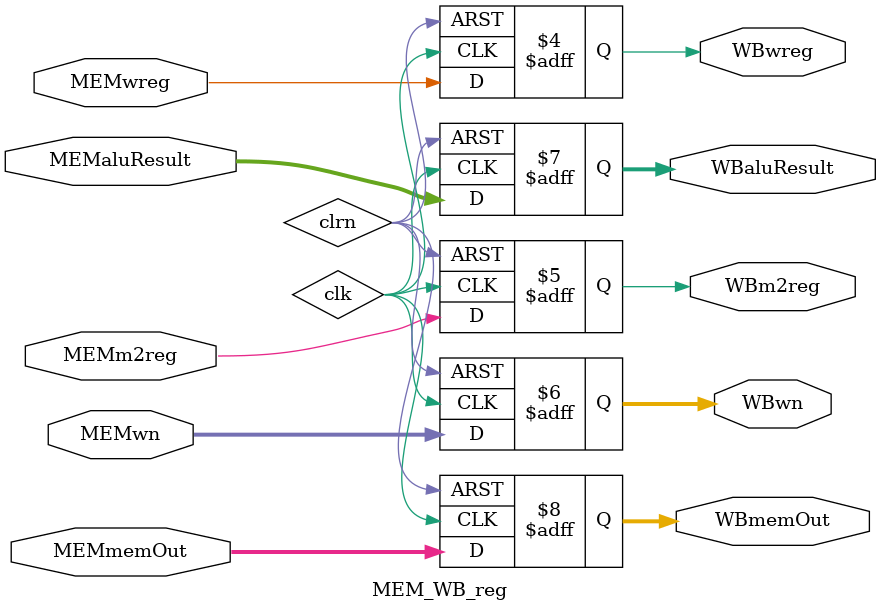
<source format=v>
`timescale 1ns / 1ps
module MEM_WB_reg(MEMwreg,MEMm2reg,MEMwn,MEMaluResult,MEMmemOut,
						WBwreg,WBm2reg,WBwn,WBaluResult,WBmemOut
    );
	input MEMwreg,MEMm2reg;
	input [4:0] MEMwn;
	input [31:0] MEMaluResult,MEMmemOut;
	
	output WBwreg,WBm2reg;
	output [4:0] WBwn;
	output [31:0] WBaluResult,WBmemOut;
	
	reg WBwreg,WBm2reg;
	reg [4:0] WBwn;
	reg [31:0] WBaluResult,WBmemOut;

	always @(negedge clrn or posedge clk)
		if(clrn == 0)
			begin
				WBwreg <= 0;
				WBm2reg <= 0;
				WBwn <= 0;
				WBaluResult <= 0;
				WBmemOut <= 0;
			end
		else
			begin
				WBwreg <= MEMwreg;
				WBm2reg <= MEMm2reg;
				WBwn <= MEMwn;
				WBaluResult <= MEMaluResult;
				WBmemOut <= MEMmemOut;
			end
			
		initial
			begin
				WBwreg = 0;
				WBm2reg = 0;
				WBwn = 0;
				WBaluResult = 0;
				WBmemOut = 0;
			end
endmodule

</source>
